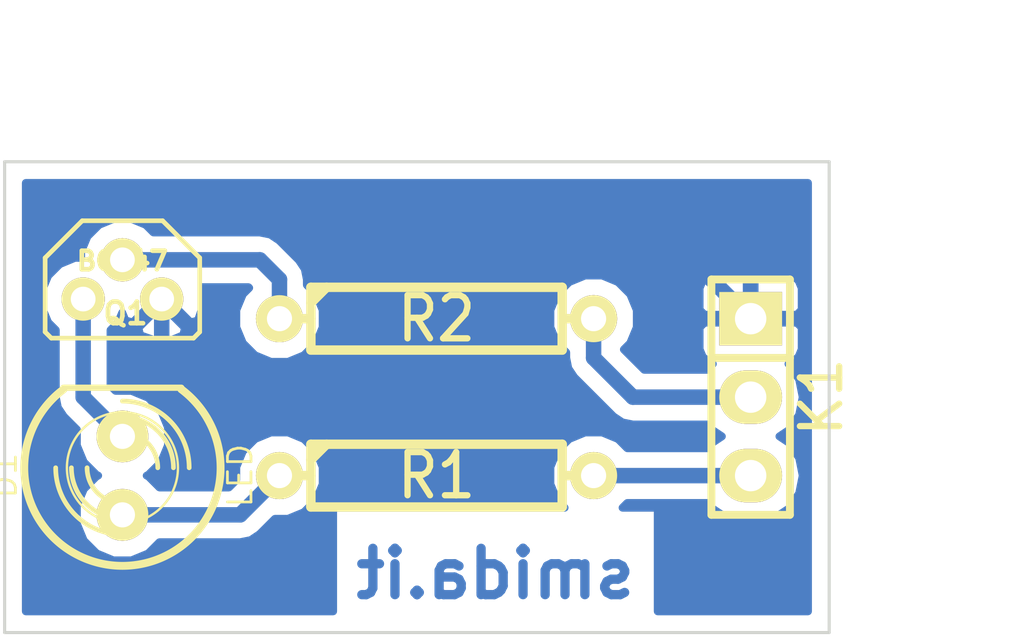
<source format=kicad_pcb>
(kicad_pcb (version 3) (host pcbnew "(2014-02-28 BZR 4729)-product")

  (general
    (links 6)
    (no_connects 0)
    (area 138.657693 99.009999 167.904886 114.350001)
    (thickness 1.6)
    (drawings 9)
    (tracks 17)
    (zones 0)
    (modules 5)
    (nets 7)
  )

  (page A4)
  (layers
    (15 F.Cu signal hide)
    (0 B.Cu signal)
    (16 B.Adhes user hide)
    (17 F.Adhes user hide)
    (18 B.Paste user)
    (19 F.Paste user hide)
    (20 B.SilkS user hide)
    (21 F.SilkS user)
    (22 B.Mask user)
    (23 F.Mask user)
    (24 Dwgs.User user hide)
    (25 Cmts.User user hide)
    (26 Eco1.User user hide)
    (27 Eco2.User user)
    (28 Edge.Cuts user hide)
  )

  (setup
    (last_trace_width 0.254)
    (user_trace_width 0.5)
    (trace_clearance 0.254)
    (zone_clearance 0.508)
    (zone_45_only no)
    (trace_min 0.254)
    (segment_width 0.2)
    (edge_width 0.1)
    (via_size 0.889)
    (via_drill 0.635)
    (via_min_size 0.889)
    (via_min_drill 0.508)
    (uvia_size 0.508)
    (uvia_drill 0.127)
    (uvias_allowed no)
    (uvia_min_size 0.508)
    (uvia_min_drill 0.127)
    (pcb_text_width 0.3)
    (pcb_text_size 1.5 1.5)
    (mod_edge_width 0.15)
    (mod_text_size 1 1)
    (mod_text_width 0.15)
    (pad_size 1.5 1.5)
    (pad_drill 0.6)
    (pad_to_mask_clearance 0)
    (aux_axis_origin 0 0)
    (visible_elements FFFFFB1F)
    (pcbplotparams
      (layerselection 14680065)
      (usegerberextensions false)
      (excludeedgelayer true)
      (linewidth 0.150000)
      (plotframeref false)
      (viasonmask false)
      (mode 1)
      (useauxorigin false)
      (hpglpennumber 1)
      (hpglpenspeed 20)
      (hpglpendiameter 15)
      (hpglpenoverlay 2)
      (psnegative false)
      (psa4output false)
      (plotreference true)
      (plotvalue true)
      (plotothertext true)
      (plotinvisibletext false)
      (padsonsilk false)
      (subtractmaskfromsilk false)
      (outputformat 5)
      (mirror false)
      (drillshape 0)
      (scaleselection 1)
      (outputdirectory ""))
  )

  (net 0 "")
  (net 1 GND)
  (net 2 "Net-(D1-Pad1)")
  (net 3 "Net-(D1-Pad2)")
  (net 4 "Net-(K1-Pad2)")
  (net 5 "Net-(K1-Pad3)")
  (net 6 "Net-(Q1-Pad2)")

  (net_class Default "This is the default net class."
    (clearance 0.254)
    (trace_width 0.254)
    (via_dia 0.889)
    (via_drill 0.635)
    (uvia_dia 0.508)
    (uvia_drill 0.127)
    (add_net "")
    (add_net GND)
    (add_net "Net-(D1-Pad1)")
    (add_net "Net-(D1-Pad2)")
    (add_net "Net-(K1-Pad2)")
    (add_net "Net-(K1-Pad3)")
    (add_net "Net-(Q1-Pad2)")
  )

  (module LEDs:LED-5MM (layer F.Cu) (tedit 531143E7) (tstamp 53114403)
    (at 143.51 109.22 90)
    (descr "LED 5mm - Lead pitch 100mil (2,54mm)")
    (tags "LED led 5mm 5MM 100mil 2,54mm")
    (path /53110A0F)
    (fp_text reference D1 (at 0 -3.81 90) (layer F.SilkS)
      (effects (font (size 0.762 0.762) (thickness 0.0889)))
    )
    (fp_text value LED (at 0 3.81 90) (layer F.SilkS)
      (effects (font (size 0.762 0.762) (thickness 0.0889)))
    )
    (fp_line (start 2.8448 1.905) (end 2.8448 -1.905) (layer F.SilkS) (width 0.2032))
    (fp_circle (center 0.254 0) (end -1.016 1.27) (layer F.SilkS) (width 0.0762))
    (fp_arc (start 0.254 0) (end 2.794 1.905) (angle 286.2) (layer F.SilkS) (width 0.254))
    (fp_arc (start 0.254 0) (end -0.889 0) (angle 90) (layer F.SilkS) (width 0.1524))
    (fp_arc (start 0.254 0) (end 1.397 0) (angle 90) (layer F.SilkS) (width 0.1524))
    (fp_arc (start 0.254 0) (end -1.397 0) (angle 90) (layer F.SilkS) (width 0.1524))
    (fp_arc (start 0.254 0) (end 1.905 0) (angle 90) (layer F.SilkS) (width 0.1524))
    (fp_arc (start 0.254 0) (end -1.905 0) (angle 90) (layer F.SilkS) (width 0.1524))
    (fp_arc (start 0.254 0) (end 2.413 0) (angle 90) (layer F.SilkS) (width 0.1524))
    (pad 1 thru_hole circle (at -1.27 0 90) (size 1.6764 1.6764) (drill 0.8128) (layers *.Cu *.Mask F.SilkS)
      (net 2 "Net-(D1-Pad1)"))
    (pad 2 thru_hole circle (at 1.27 0 90) (size 1.6764 1.6764) (drill 0.8128) (layers *.Cu *.Mask F.SilkS)
      (net 3 "Net-(D1-Pad2)"))
    (model discret/leds/led5_vertical_verde.wrl
      (at (xyz 0 0 0))
      (scale (xyz 1 1 1))
      (rotate (xyz 0 0 0))
    )
  )

  (module Pin_Headers:Pin_Header_Straight_1x03 (layer F.Cu) (tedit 531143E6) (tstamp 53114411)
    (at 163.83 106.68 270)
    (descr "1 pin")
    (tags "CONN DEV")
    (path /53110A37)
    (fp_text reference K1 (at 0 -2.286 270) (layer F.SilkS)
      (effects (font (size 1.27 1.27) (thickness 0.2032)))
    )
    (fp_text value CONN_3 (at 0 0 270) (layer F.SilkS) hide
      (effects (font (size 1.27 1.27) (thickness 0.2032)))
    )
    (fp_line (start -1.27 1.27) (end 3.81 1.27) (layer F.SilkS) (width 0.254))
    (fp_line (start 3.81 1.27) (end 3.81 -1.27) (layer F.SilkS) (width 0.254))
    (fp_line (start 3.81 -1.27) (end -1.27 -1.27) (layer F.SilkS) (width 0.254))
    (fp_line (start -3.81 -1.27) (end -1.27 -1.27) (layer F.SilkS) (width 0.254))
    (fp_line (start -1.27 -1.27) (end -1.27 1.27) (layer F.SilkS) (width 0.254))
    (fp_line (start -3.81 -1.27) (end -3.81 1.27) (layer F.SilkS) (width 0.254))
    (fp_line (start -3.81 1.27) (end -1.27 1.27) (layer F.SilkS) (width 0.254))
    (pad 1 thru_hole rect (at -2.54 0 270) (size 1.7272 2.032) (drill 1.016) (layers *.Cu *.Mask F.SilkS)
      (net 1 GND))
    (pad 2 thru_hole oval (at 0 0 270) (size 1.7272 2.032) (drill 1.016) (layers *.Cu *.Mask F.SilkS)
      (net 4 "Net-(K1-Pad2)"))
    (pad 3 thru_hole oval (at 2.54 0 270) (size 1.7272 2.032) (drill 1.016) (layers *.Cu *.Mask F.SilkS)
      (net 5 "Net-(K1-Pad3)"))
    (model Pin_Headers/Pin_Header_Straight_1x03.wrl
      (at (xyz 0 0 0))
      (scale (xyz 1 1 1))
      (rotate (xyz 0 0 0))
    )
  )

  (module Discret:TO92PN (layer F.Cu) (tedit 531143E8) (tstamp 53114420)
    (at 143.51 102.87 180)
    (path /53110A23)
    (fp_text reference Q1 (at -0.1 -1.1 180) (layer F.SilkS)
      (effects (font (size 0.7 0.7) (thickness 0.15)))
    )
    (fp_text value BC547 (at 0 0.6 180) (layer F.SilkS)
      (effects (font (size 0.6 0.6) (thickness 0.15)))
    )
    (fp_line (start 1.3 1.9) (end -1.3 1.9) (layer F.SilkS) (width 0.15))
    (fp_line (start -2.5 -1.7) (end -2.3 -1.9) (layer F.SilkS) (width 0.15))
    (fp_line (start -2.3 -1.9) (end 2.3 -1.9) (layer F.SilkS) (width 0.15))
    (fp_line (start 2.3 -1.9) (end 2.5 -1.7) (layer F.SilkS) (width 0.15))
    (fp_line (start 2.5 -1.7) (end 2.5 0.7) (layer F.SilkS) (width 0.15))
    (fp_line (start 2.5 0.7) (end 1.3 1.9) (layer F.SilkS) (width 0.15))
    (fp_line (start -1.3 1.9) (end -2.5 0.7) (layer F.SilkS) (width 0.15))
    (fp_line (start -2.5 0.7) (end -2.5 -1.7) (layer F.SilkS) (width 0.15))
    (pad 1 thru_hole circle (at 1.27 -0.635 180) (size 1.4 1.4) (drill 0.8) (layers *.Cu *.Mask F.SilkS)
      (net 3 "Net-(D1-Pad2)"))
    (pad 2 thru_hole circle (at 0 0.635 180) (size 1.4 1.4) (drill 0.8) (layers *.Cu *.Mask F.SilkS)
      (net 6 "Net-(Q1-Pad2)"))
    (pad 3 thru_hole circle (at -1.27 -0.635 180) (size 1.4 1.4) (drill 0.8) (layers *.Cu *.Mask F.SilkS)
      (net 1 GND))
    (model to-xxx-packages/to92.wrl
      (at (xyz 0 0 0))
      (scale (xyz 1 1 1))
      (rotate (xyz 0 0 0))
    )
  )

  (module Discret:R4 (layer F.Cu) (tedit 531143E8) (tstamp 5311442E)
    (at 153.67 109.22)
    (descr "Resitance 4 pas")
    (tags R)
    (path /531109F0)
    (autoplace_cost180 10)
    (fp_text reference R1 (at 0 0) (layer F.SilkS)
      (effects (font (size 1.397 1.27) (thickness 0.2032)))
    )
    (fp_text value 560 (at 0 0) (layer F.SilkS) hide
      (effects (font (size 1.397 1.27) (thickness 0.2032)))
    )
    (fp_line (start -5.08 0) (end -4.064 0) (layer F.SilkS) (width 0.3048))
    (fp_line (start -4.064 0) (end -4.064 -1.016) (layer F.SilkS) (width 0.3048))
    (fp_line (start -4.064 -1.016) (end 4.064 -1.016) (layer F.SilkS) (width 0.3048))
    (fp_line (start 4.064 -1.016) (end 4.064 1.016) (layer F.SilkS) (width 0.3048))
    (fp_line (start 4.064 1.016) (end -4.064 1.016) (layer F.SilkS) (width 0.3048))
    (fp_line (start -4.064 1.016) (end -4.064 0) (layer F.SilkS) (width 0.3048))
    (fp_line (start -4.064 -0.508) (end -3.556 -1.016) (layer F.SilkS) (width 0.3048))
    (fp_line (start 5.08 0) (end 4.064 0) (layer F.SilkS) (width 0.3048))
    (pad 1 thru_hole circle (at -5.08 0) (size 1.524 1.524) (drill 0.8128) (layers *.Cu *.Mask F.SilkS)
      (net 2 "Net-(D1-Pad1)"))
    (pad 2 thru_hole circle (at 5.08 0) (size 1.524 1.524) (drill 0.8128) (layers *.Cu *.Mask F.SilkS)
      (net 5 "Net-(K1-Pad3)"))
    (model discret/resistor.wrl
      (at (xyz 0 0 0))
      (scale (xyz 0.4 0.4 0.4))
      (rotate (xyz 0 0 0))
    )
  )

  (module Discret:R4 (layer F.Cu) (tedit 531143E8) (tstamp 5311443C)
    (at 153.67 104.14)
    (descr "Resitance 4 pas")
    (tags R)
    (path /53110A02)
    (autoplace_cost180 10)
    (fp_text reference R2 (at 0 0) (layer F.SilkS)
      (effects (font (size 1.397 1.27) (thickness 0.2032)))
    )
    (fp_text value 2.2k (at 0 0) (layer F.SilkS) hide
      (effects (font (size 1.397 1.27) (thickness 0.2032)))
    )
    (fp_line (start -5.08 0) (end -4.064 0) (layer F.SilkS) (width 0.3048))
    (fp_line (start -4.064 0) (end -4.064 -1.016) (layer F.SilkS) (width 0.3048))
    (fp_line (start -4.064 -1.016) (end 4.064 -1.016) (layer F.SilkS) (width 0.3048))
    (fp_line (start 4.064 -1.016) (end 4.064 1.016) (layer F.SilkS) (width 0.3048))
    (fp_line (start 4.064 1.016) (end -4.064 1.016) (layer F.SilkS) (width 0.3048))
    (fp_line (start -4.064 1.016) (end -4.064 0) (layer F.SilkS) (width 0.3048))
    (fp_line (start -4.064 -0.508) (end -3.556 -1.016) (layer F.SilkS) (width 0.3048))
    (fp_line (start 5.08 0) (end 4.064 0) (layer F.SilkS) (width 0.3048))
    (pad 1 thru_hole circle (at -5.08 0) (size 1.524 1.524) (drill 0.8128) (layers *.Cu *.Mask F.SilkS)
      (net 6 "Net-(Q1-Pad2)"))
    (pad 2 thru_hole circle (at 5.08 0) (size 1.524 1.524) (drill 0.8128) (layers *.Cu *.Mask F.SilkS)
      (net 4 "Net-(K1-Pad2)"))
    (model discret/resistor.wrl
      (at (xyz 0 0 0))
      (scale (xyz 0.4 0.4 0.4))
      (rotate (xyz 0 0 0))
    )
  )

  (dimension 15.24 (width 0.3) (layer Eco2.User)
    (gr_text "15.240 mm" (at 170.006 106.68 270) (layer Eco2.User)
      (effects (font (size 1.5 1.5) (thickness 0.3)))
    )
    (feature1 (pts (xy 167.132 114.3) (xy 171.356 114.3)))
    (feature2 (pts (xy 167.132 99.06) (xy 171.356 99.06)))
    (crossbar (pts (xy 168.656 99.06) (xy 168.656 114.3)))
    (arrow1a (pts (xy 168.656 114.3) (xy 168.069579 113.173496)))
    (arrow1b (pts (xy 168.656 114.3) (xy 169.242421 113.173496)))
    (arrow2a (pts (xy 168.656 99.06) (xy 168.069579 100.186504)))
    (arrow2b (pts (xy 168.656 99.06) (xy 169.242421 100.186504)))
  )
  (dimension 26.416 (width 0.3) (layer Eco2.User)
    (gr_text "26.416 mm" (at 152.908 95.678) (layer Eco2.User)
      (effects (font (size 1.5 1.5) (thickness 0.3)))
    )
    (feature1 (pts (xy 166.116 98.552) (xy 166.116 94.328)))
    (feature2 (pts (xy 139.7 98.552) (xy 139.7 94.328)))
    (crossbar (pts (xy 139.7 97.028) (xy 166.116 97.028)))
    (arrow1a (pts (xy 166.116 97.028) (xy 164.989496 97.614421)))
    (arrow1b (pts (xy 166.116 97.028) (xy 164.989496 96.441579)))
    (arrow2a (pts (xy 139.7 97.028) (xy 140.826504 97.614421)))
    (arrow2b (pts (xy 139.7 97.028) (xy 140.826504 96.441579)))
  )
  (gr_text smida.it (at 155.575 112.395) (layer B.Mask)
    (effects (font (size 1.5 1.5) (thickness 0.3)) (justify mirror))
  )
  (gr_text smida.it (at 155.575 112.395) (layer F.Mask)
    (effects (font (size 1.5 1.5) (thickness 0.3)) (justify mirror))
  )
  (gr_text smida.it (at 155.575 112.395) (layer B.Cu)
    (effects (font (size 1.5 1.5) (thickness 0.3)) (justify mirror))
  )
  (gr_line (start 139.7 99.06) (end 166.37 99.06) (angle 90) (layer Edge.Cuts) (width 0.1))
  (gr_line (start 139.7 114.3) (end 139.7 99.06) (angle 90) (layer Edge.Cuts) (width 0.1))
  (gr_line (start 166.37 114.3) (end 139.7 114.3) (angle 90) (layer Edge.Cuts) (width 0.1))
  (gr_line (start 166.37 99.06) (end 166.37 114.3) (angle 90) (layer Edge.Cuts) (width 0.1))

  (segment (start 144.78 103.505) (end 144.78 105.41) (width 0.5) (layer B.Cu) (net 1))
  (segment (start 161.29 101.6) (end 163.83 104.14) (width 0.5) (layer B.Cu) (net 1) (tstamp 531146C6))
  (segment (start 156.21 101.6) (end 161.29 101.6) (width 0.5) (layer B.Cu) (net 1) (tstamp 531146C3))
  (segment (start 151.13 106.68) (end 156.21 101.6) (width 0.5) (layer B.Cu) (net 1) (tstamp 531146C0))
  (segment (start 146.05 106.68) (end 151.13 106.68) (width 0.5) (layer B.Cu) (net 1) (tstamp 531146BC))
  (segment (start 144.78 105.41) (end 146.05 106.68) (width 0.5) (layer B.Cu) (net 1) (tstamp 531146BB))
  (segment (start 143.51 110.49) (end 147.32 110.49) (width 0.5) (layer B.Cu) (net 2))
  (segment (start 147.32 110.49) (end 148.59 109.22) (width 0.5) (layer B.Cu) (net 2) (tstamp 53114639))
  (segment (start 142.24 103.505) (end 142.24 106.68) (width 0.5) (layer B.Cu) (net 3))
  (segment (start 142.24 106.68) (end 143.51 107.95) (width 0.5) (layer B.Cu) (net 3) (tstamp 53114636))
  (segment (start 158.75 104.14) (end 158.75 105.41) (width 0.5) (layer B.Cu) (net 4))
  (segment (start 160.02 106.68) (end 163.83 106.68) (width 0.5) (layer B.Cu) (net 4) (tstamp 5311462F))
  (segment (start 158.75 105.41) (end 160.02 106.68) (width 0.5) (layer B.Cu) (net 4) (tstamp 5311462E))
  (segment (start 158.75 109.22) (end 163.83 109.22) (width 0.5) (layer B.Cu) (net 5))
  (segment (start 148.59 104.14) (end 148.59 102.87) (width 0.5) (layer B.Cu) (net 6))
  (segment (start 147.955 102.235) (end 143.51 102.235) (width 0.5) (layer B.Cu) (net 6) (tstamp 53114633))
  (segment (start 148.59 102.87) (end 147.955 102.235) (width 0.5) (layer B.Cu) (net 6) (tstamp 53114632))

  (zone (net 1) (net_name GND) (layer B.Cu) (tstamp 53114A57) (hatch edge 0.508)
    (connect_pads (clearance 0.508))
    (min_thickness 0.254)
    (fill (arc_segments 16) (thermal_gap 0.508) (thermal_bridge_width 0.508))
    (polygon
      (pts
        (xy 166.37 114.3) (xy 139.7 114.3) (xy 139.7 99.06) (xy 166.37 99.06)
      )
    )
    (filled_polygon
      (pts
        (xy 165.685 113.615) (xy 160.824287 113.615) (xy 160.824287 110.26) (xy 159.685566 110.26) (xy 159.840837 110.105)
        (xy 162.468874 110.105) (xy 162.585585 110.27967) (xy 163.071766 110.604526) (xy 163.645255 110.7186) (xy 164.014745 110.7186)
        (xy 164.588234 110.604526) (xy 165.074415 110.27967) (xy 165.399271 109.793489) (xy 165.513345 109.22) (xy 165.399271 108.646511)
        (xy 165.074415 108.16033) (xy 164.759634 107.95) (xy 165.074415 107.73967) (xy 165.399271 107.253489) (xy 165.513345 106.68)
        (xy 165.399271 106.106511) (xy 165.074415 105.62033) (xy 165.05222 105.6055) (xy 165.205699 105.541927) (xy 165.384327 105.363298)
        (xy 165.481 105.129909) (xy 165.481 104.42575) (xy 165.481 103.85425) (xy 165.481 103.150091) (xy 165.384327 102.916702)
        (xy 165.205699 102.738073) (xy 164.97231 102.6414) (xy 164.719691 102.6414) (xy 164.11575 102.6414) (xy 163.957 102.80015)
        (xy 163.957 104.013) (xy 165.32225 104.013) (xy 165.481 103.85425) (xy 165.481 104.42575) (xy 165.32225 104.267)
        (xy 163.957 104.267) (xy 163.957 104.287) (xy 163.703 104.287) (xy 163.703 104.267) (xy 163.703 104.013)
        (xy 163.703 102.80015) (xy 163.54425 102.6414) (xy 162.940309 102.6414) (xy 162.68769 102.6414) (xy 162.454301 102.738073)
        (xy 162.275673 102.916702) (xy 162.179 103.150091) (xy 162.179 103.85425) (xy 162.33775 104.013) (xy 163.703 104.013)
        (xy 163.703 104.267) (xy 162.33775 104.267) (xy 162.179 104.42575) (xy 162.179 105.129909) (xy 162.275673 105.363298)
        (xy 162.454301 105.541927) (xy 162.607779 105.6055) (xy 162.585585 105.62033) (xy 162.468874 105.795) (xy 160.386579 105.795)
        (xy 159.72861 105.13703) (xy 159.933629 104.93237) (xy 160.146757 104.4191) (xy 160.147242 103.863339) (xy 159.93501 103.349697)
        (xy 159.54237 102.956371) (xy 159.0291 102.743243) (xy 158.473339 102.742758) (xy 157.959697 102.95499) (xy 157.566371 103.34763)
        (xy 157.353243 103.8609) (xy 157.352758 104.416661) (xy 157.56499 104.930303) (xy 157.865 105.230837) (xy 157.865 105.409994)
        (xy 157.864999 105.41) (xy 157.921189 105.692484) (xy 157.932367 105.748675) (xy 158.12421 106.03579) (xy 159.394207 107.305786)
        (xy 159.39421 107.30579) (xy 159.681325 107.497633) (xy 160.02 107.565001) (xy 160.02 107.565) (xy 160.020005 107.565)
        (xy 162.468874 107.565) (xy 162.585585 107.73967) (xy 162.900365 107.95) (xy 162.585585 108.16033) (xy 162.468874 108.335)
        (xy 159.840478 108.335) (xy 159.54237 108.036371) (xy 159.0291 107.823243) (xy 158.473339 107.822758) (xy 157.959697 108.03499)
        (xy 157.566371 108.42763) (xy 157.353243 108.9409) (xy 157.352758 109.496661) (xy 157.56499 110.010303) (xy 157.814251 110.26)
        (xy 150.325714 110.26) (xy 150.325714 113.615) (xy 149.987242 113.615) (xy 149.987242 108.943339) (xy 149.77501 108.429697)
        (xy 149.38237 108.036371) (xy 148.8691 107.823243) (xy 148.313339 107.822758) (xy 147.799697 108.03499) (xy 147.406371 108.42763)
        (xy 147.193243 108.9409) (xy 147.192872 109.365547) (xy 146.95342 109.605) (xy 145.535669 109.605) (xy 145.535669 104.440275)
        (xy 144.78 103.684605) (xy 144.024331 104.440275) (xy 144.086169 104.676042) (xy 144.587122 104.852419) (xy 145.11744 104.823664)
        (xy 145.473831 104.676042) (xy 145.535669 104.440275) (xy 145.535669 109.605) (xy 144.708147 109.605) (xy 144.345591 109.24181)
        (xy 144.293608 109.220224) (xy 144.343411 109.199647) (xy 144.75819 108.785591) (xy 144.982944 108.244323) (xy 144.983455 107.658248)
        (xy 144.759647 107.116589) (xy 144.345591 106.70181) (xy 143.804323 106.477056) (xy 143.288185 106.476605) (xy 143.125 106.31342)
        (xy 143.125 104.507873) (xy 143.371098 104.262204) (xy 143.503315 103.943788) (xy 143.608958 104.198831) (xy 143.844725 104.260669)
        (xy 144.600395 103.505) (xy 144.586252 103.490857) (xy 144.765857 103.311252) (xy 144.78 103.325395) (xy 144.794142 103.311252)
        (xy 144.973747 103.490857) (xy 144.959605 103.505) (xy 145.715275 104.260669) (xy 145.951042 104.198831) (xy 146.127419 103.697878)
        (xy 146.098664 103.16756) (xy 146.078964 103.12) (xy 147.58842 103.12) (xy 147.611389 103.142969) (xy 147.406371 103.34763)
        (xy 147.193243 103.8609) (xy 147.192758 104.416661) (xy 147.40499 104.930303) (xy 147.79763 105.323629) (xy 148.3109 105.536757)
        (xy 148.866661 105.537242) (xy 149.380303 105.32501) (xy 149.773629 104.93237) (xy 149.986757 104.4191) (xy 149.987242 103.863339)
        (xy 149.77501 103.349697) (xy 149.475 103.049162) (xy 149.475 102.870005) (xy 149.475 102.87) (xy 149.475001 102.87)
        (xy 149.407634 102.531326) (xy 149.407633 102.531325) (xy 149.343975 102.436054) (xy 149.21579 102.244211) (xy 149.21579 102.24421)
        (xy 149.215786 102.244207) (xy 148.58079 101.60921) (xy 148.293675 101.417367) (xy 148.237484 101.406189) (xy 147.955 101.349999)
        (xy 147.954994 101.35) (xy 144.512873 101.35) (xy 144.267204 101.103902) (xy 143.776713 100.900232) (xy 143.245617 100.899769)
        (xy 142.754771 101.102582) (xy 142.378902 101.477796) (xy 142.175232 101.968287) (xy 142.175056 102.169942) (xy 141.975617 102.169769)
        (xy 141.484771 102.372582) (xy 141.108902 102.747796) (xy 140.905232 103.238287) (xy 140.904769 103.769383) (xy 141.107582 104.260229)
        (xy 141.355 104.508078) (xy 141.355 106.679994) (xy 141.354999 106.68) (xy 141.411189 106.962484) (xy 141.422367 107.018675)
        (xy 141.61421 107.30579) (xy 142.036992 107.728572) (xy 142.036545 108.241752) (xy 142.260353 108.783411) (xy 142.674409 109.19819)
        (xy 142.726391 109.219775) (xy 142.676589 109.240353) (xy 142.26181 109.654409) (xy 142.037056 110.195677) (xy 142.036545 110.781752)
        (xy 142.260353 111.323411) (xy 142.674409 111.73819) (xy 143.215677 111.962944) (xy 143.801752 111.963455) (xy 144.343411 111.739647)
        (xy 144.708694 111.375) (xy 147.319994 111.375) (xy 147.32 111.375001) (xy 147.32 111.375) (xy 147.602484 111.31881)
        (xy 147.658674 111.307633) (xy 147.658675 111.307633) (xy 147.94579 111.11579) (xy 148.444705 110.616873) (xy 148.866661 110.617242)
        (xy 149.380303 110.40501) (xy 149.773629 110.01237) (xy 149.986757 109.4991) (xy 149.987242 108.943339) (xy 149.987242 113.615)
        (xy 140.385 113.615) (xy 140.385 99.745) (xy 165.685 99.745) (xy 165.685 113.615)
      )
    )
  )
)

</source>
